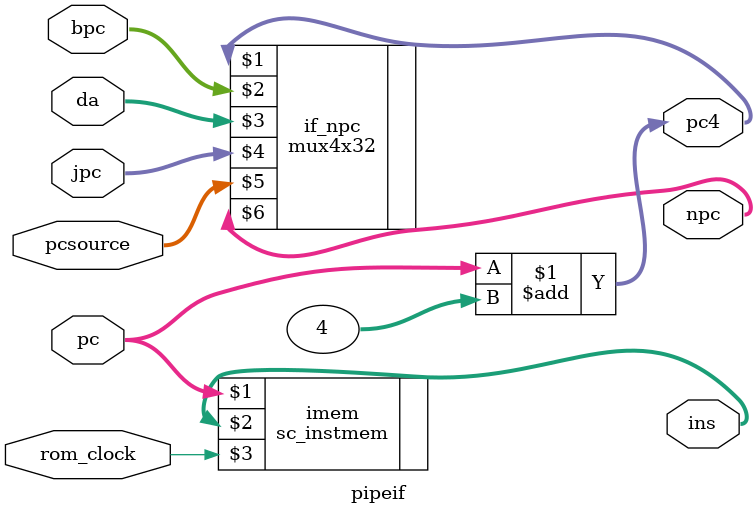
<source format=v>
module pipeif ( pcsource,pc,bpc,da,jpc,npc,pc4,ins,rom_clock);
	input [31:0] pc, bpc, da, jpc;
	input [1:0] pcsource;
	input rom_clock;
	output [31:0] npc, pc4, ins;
	
	wire [31:0] i_ins,i_npc,i_pc4;
	
	sc_instmem imem(pc,ins,rom_clock);
	
	assign pc4 = pc + 4;
	
	mux4x32 if_npc(pc4, bpc, da, jpc, pcsource, npc);
	
endmodule
</source>
